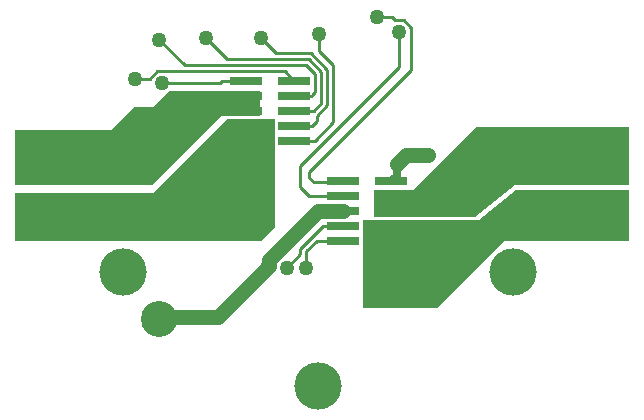
<source format=gbr>
%TF.GenerationSoftware,Altium Limited,Altium Designer,18.1.9 (240)*%
G04 Layer_Physical_Order=1*
G04 Layer_Color=255*
%FSLAX26Y26*%
%MOIN*%
%TF.FileFunction,Copper,L1,Top,Signal*%
%TF.Part,Single*%
G01*
G75*
%TA.AperFunction,SMDPad,CuDef*%
%ADD10R,0.109840X0.029130*%
%ADD11C,0.120000*%
%TA.AperFunction,Conductor*%
%ADD12C,0.050000*%
%ADD13C,0.010000*%
%ADD14C,0.025000*%
%TA.AperFunction,ViaPad*%
%ADD15C,0.050000*%
%ADD16C,0.157480*%
G36*
X-194000Y145196D02*
X-300000D01*
X-300986Y145000D01*
X-325000D01*
X-555000Y-85000D01*
X-1010000D01*
Y100000D01*
X-690000D01*
X-615000Y175000D01*
X-550000D01*
X-495000Y230000D01*
X-194000D01*
Y145196D01*
D02*
G37*
G36*
X-145038Y93620D02*
X-145038Y89490D01*
X-145038Y89490D01*
Y88620D01*
X-145038D01*
X-145038Y84490D01*
Y39490D01*
X-145000D01*
Y-225000D01*
X-190945Y-271000D01*
X-1010000D01*
Y-110000D01*
X-550000D01*
X-300000Y135000D01*
X-145038D01*
Y93620D01*
D02*
G37*
G36*
X1035000Y-85000D02*
X655000D01*
X523528Y-190472D01*
X185000D01*
Y-100000D01*
X315000D01*
X525000Y110000D01*
X1035000D01*
Y-85000D01*
D02*
G37*
G36*
Y-270945D02*
X619055Y-270945D01*
X395000Y-495000D01*
X150000D01*
Y-200000D01*
X181640D01*
X185000Y-200668D01*
X523528D01*
X524942Y-200387D01*
X526379Y-200262D01*
X526878Y-200002D01*
X526888Y-200000D01*
X535000D01*
X657222Y-100000D01*
X1035000D01*
Y-270945D01*
D02*
G37*
D10*
X243122Y-70945D02*
D03*
Y-120945D02*
D03*
X83122D02*
D03*
X243122Y-170945D02*
D03*
X83122D02*
D03*
X243122Y-220945D02*
D03*
X83122D02*
D03*
X243122Y-270945D02*
D03*
X83122D02*
D03*
Y-70945D02*
D03*
X-80118Y264055D02*
D03*
Y214055D02*
D03*
X-240118D02*
D03*
X-80118Y164055D02*
D03*
X-240118D02*
D03*
X-80118Y114055D02*
D03*
X-240118D02*
D03*
X-80118Y64055D02*
D03*
X-240118D02*
D03*
Y264055D02*
D03*
D11*
X-530000Y-530000D02*
D03*
D12*
X-335000Y-525000D02*
X-170000Y-360000D01*
X-165000Y-355000D01*
Y-335147D01*
X-798Y-170945D01*
X83122D01*
X-525000Y-525000D02*
X-335000D01*
X260773Y-15000D02*
X290773Y15000D01*
X365000D01*
D13*
X-105000Y-360000D02*
X-60000Y-315000D01*
X-30000Y-40478D02*
X310478Y300000D01*
X-60000Y-20000D02*
X268910Y308910D01*
X-80118Y64055D02*
X-11890D01*
X50000Y125945D01*
Y315000D01*
X1568Y363432D02*
X50000Y315000D01*
X1568Y363432D02*
Y420000D01*
X-80118Y114055D02*
X-21890D01*
X-5945Y130000D01*
Y145771D01*
X30000Y181716D01*
Y301204D01*
X-23796Y355000D02*
X30000Y301204D01*
X-140000Y355000D02*
X-23796D01*
X-190000Y405000D02*
X-140000Y355000D01*
X-80118Y164055D02*
X-15945D01*
X10000Y190000D01*
Y292919D01*
X-32081Y335000D02*
X10000Y292919D01*
X-305000Y335000D02*
X-32081D01*
X-375000Y405000D02*
X-305000Y335000D01*
X-10000Y225000D02*
Y280000D01*
X-10198Y280198D02*
X-10000Y280000D01*
X-10198Y280198D02*
Y284833D01*
X-20000Y215000D02*
X-10000Y225000D01*
X-20000Y214055D02*
Y215000D01*
X-80118Y214055D02*
X-20000D01*
X-40365Y315000D02*
X-10198Y284833D01*
X-445000Y315000D02*
X-40365D01*
X-530000Y400000D02*
X-445000Y315000D01*
X-111063Y295000D02*
X-80118Y264055D01*
X-536568Y295000D02*
X-111063D01*
X-561568Y270000D02*
X-536568Y295000D01*
X-610000Y270000D02*
X-561568D01*
X-320000Y264055D02*
X-240118D01*
X-329055Y255000D02*
X-320000Y264055D01*
X-520000Y255000D02*
X-329055D01*
X-530000Y-530000D02*
X-525000Y-525000D01*
X195000Y475000D02*
X245000D01*
X255000Y465000D01*
X285478D01*
X79067Y-75000D02*
X83122Y-70945D01*
X-15000Y-75000D02*
X79067D01*
X-30000Y-60000D02*
X-15000Y-75000D01*
X-30000Y-60000D02*
Y-40478D01*
X310478Y300000D02*
Y440000D01*
X82177Y-120000D02*
X83122Y-120945D01*
X-30000Y-120000D02*
X82177D01*
X-60000Y-90000D02*
X-30000Y-120000D01*
X-60000Y-90000D02*
Y-20000D01*
X268910Y308910D02*
Y425000D01*
X285478Y465000D02*
X310478Y440000D01*
X195000Y475000D02*
X205000Y465000D01*
X15771Y-220945D02*
X83122D01*
X-60000Y-296716D02*
X15771Y-220945D01*
X-60000Y-315000D02*
Y-296716D01*
X-5945Y-270945D02*
X83122D01*
X-40000Y-305000D02*
X-5945Y-270945D01*
X-40000Y-360000D02*
Y-305000D01*
X-194000Y409000D02*
X-190000Y405000D01*
X-520000Y245000D02*
Y255000D01*
D14*
X260773Y-53294D02*
Y-15000D01*
X243122Y-70945D02*
X260773Y-53294D01*
D15*
X-170000Y-360000D02*
D03*
X-105000D02*
D03*
X195000Y475000D02*
D03*
X365000Y15000D02*
D03*
X575000Y-40000D02*
D03*
X490000D02*
D03*
Y30000D02*
D03*
X268910Y425000D02*
D03*
X1568Y420000D02*
D03*
X-190000Y405000D02*
D03*
X-375000D02*
D03*
X-530000Y400000D02*
D03*
X-610000Y270000D02*
D03*
X-520000Y255000D02*
D03*
X995000Y70000D02*
D03*
Y10000D02*
D03*
X855000Y70000D02*
D03*
X925000Y10000D02*
D03*
X855000D02*
D03*
X925000Y70000D02*
D03*
X850000Y-140000D02*
D03*
Y-200000D02*
D03*
X995000Y-140000D02*
D03*
X925000Y-200000D02*
D03*
X995000D02*
D03*
X925000Y-140000D02*
D03*
X495000Y-265000D02*
D03*
X425000Y-325000D02*
D03*
X495000D02*
D03*
X425000Y-265000D02*
D03*
X575000Y30000D02*
D03*
X500000Y-154004D02*
D03*
X415000Y-154922D02*
D03*
X290000Y-385000D02*
D03*
X360000Y-445000D02*
D03*
X290000D02*
D03*
X360000Y-385000D02*
D03*
X-965000Y-225000D02*
D03*
Y-155000D02*
D03*
X-515000Y-223024D02*
D03*
X-512651Y-150000D02*
D03*
X-375000D02*
D03*
Y-223024D02*
D03*
X-270000Y-220917D02*
D03*
X-185000Y-220000D02*
D03*
Y-150000D02*
D03*
X-270000D02*
D03*
X-445000D02*
D03*
Y-223024D02*
D03*
X-965000Y-45000D02*
D03*
Y55000D02*
D03*
X-570000Y30000D02*
D03*
X-495000Y35000D02*
D03*
X-495000Y120000D02*
D03*
X-415000D02*
D03*
X-455000Y194000D02*
D03*
X-375000D02*
D03*
X-40000Y-360000D02*
D03*
D16*
X-649500Y-375000D02*
D03*
X650000D02*
D03*
X-798Y-755000D02*
D03*
%TF.MD5,e6c126ab4e2916c49969b15cde0fe910*%
M02*

</source>
